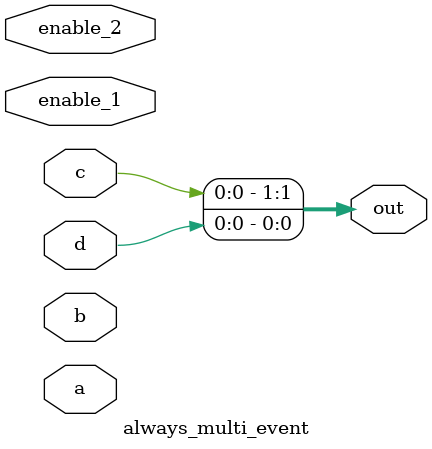
<source format=v>
module always_multi_event(
	input enable_1,
	input enable_2,
	input a, 
	input b,
	input c,
	input d,
	output reg [1:0] out
);
	
	wire enable_local;

	assign enable_local = a & b;

	always @(enable_1 or enable_2 or enable_local) begin
		out <= {c,d};
	end

endmodule
</source>
